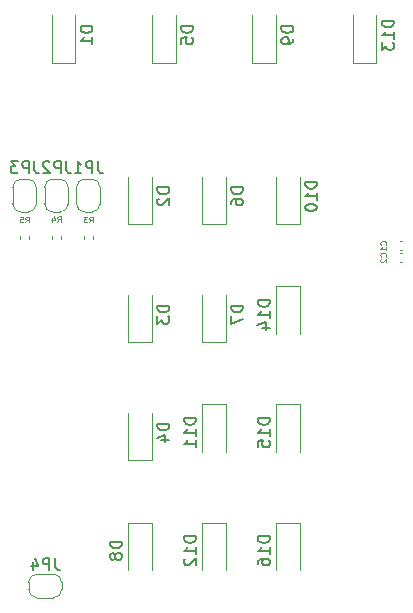
<source format=gbr>
%TF.GenerationSoftware,KiCad,Pcbnew,8.0.1*%
%TF.CreationDate,2024-03-23T20:17:52-05:00*%
%TF.ProjectId,TTWR Keypad,54545752-204b-4657-9970-61642e6b6963,V01*%
%TF.SameCoordinates,Original*%
%TF.FileFunction,Legend,Bot*%
%TF.FilePolarity,Positive*%
%FSLAX46Y46*%
G04 Gerber Fmt 4.6, Leading zero omitted, Abs format (unit mm)*
G04 Created by KiCad (PCBNEW 8.0.1) date 2024-03-23 20:17:52*
%MOMM*%
%LPD*%
G01*
G04 APERTURE LIST*
%ADD10C,0.150000*%
%ADD11C,0.100000*%
%ADD12C,0.120000*%
G04 APERTURE END LIST*
D10*
X154283333Y-90654819D02*
X154283333Y-91369104D01*
X154283333Y-91369104D02*
X154330952Y-91511961D01*
X154330952Y-91511961D02*
X154426190Y-91607200D01*
X154426190Y-91607200D02*
X154569047Y-91654819D01*
X154569047Y-91654819D02*
X154664285Y-91654819D01*
X153807142Y-91654819D02*
X153807142Y-90654819D01*
X153807142Y-90654819D02*
X153426190Y-90654819D01*
X153426190Y-90654819D02*
X153330952Y-90702438D01*
X153330952Y-90702438D02*
X153283333Y-90750057D01*
X153283333Y-90750057D02*
X153235714Y-90845295D01*
X153235714Y-90845295D02*
X153235714Y-90988152D01*
X153235714Y-90988152D02*
X153283333Y-91083390D01*
X153283333Y-91083390D02*
X153330952Y-91131009D01*
X153330952Y-91131009D02*
X153426190Y-91178628D01*
X153426190Y-91178628D02*
X153807142Y-91178628D01*
X152378571Y-90988152D02*
X152378571Y-91654819D01*
X152616666Y-90607200D02*
X152854761Y-91321485D01*
X152854761Y-91321485D02*
X152235714Y-91321485D01*
D11*
X182278490Y-64116666D02*
X182302300Y-64092857D01*
X182302300Y-64092857D02*
X182326109Y-64021428D01*
X182326109Y-64021428D02*
X182326109Y-63973809D01*
X182326109Y-63973809D02*
X182302300Y-63902381D01*
X182302300Y-63902381D02*
X182254680Y-63854762D01*
X182254680Y-63854762D02*
X182207061Y-63830952D01*
X182207061Y-63830952D02*
X182111823Y-63807143D01*
X182111823Y-63807143D02*
X182040395Y-63807143D01*
X182040395Y-63807143D02*
X181945157Y-63830952D01*
X181945157Y-63830952D02*
X181897538Y-63854762D01*
X181897538Y-63854762D02*
X181849919Y-63902381D01*
X181849919Y-63902381D02*
X181826109Y-63973809D01*
X181826109Y-63973809D02*
X181826109Y-64021428D01*
X181826109Y-64021428D02*
X181849919Y-64092857D01*
X181849919Y-64092857D02*
X181873728Y-64116666D01*
X182326109Y-64592857D02*
X182326109Y-64307143D01*
X182326109Y-64450000D02*
X181826109Y-64450000D01*
X181826109Y-64450000D02*
X181897538Y-64402381D01*
X181897538Y-64402381D02*
X181945157Y-64354762D01*
X181945157Y-64354762D02*
X181968966Y-64307143D01*
D10*
X163954819Y-59261905D02*
X162954819Y-59261905D01*
X162954819Y-59261905D02*
X162954819Y-59500000D01*
X162954819Y-59500000D02*
X163002438Y-59642857D01*
X163002438Y-59642857D02*
X163097676Y-59738095D01*
X163097676Y-59738095D02*
X163192914Y-59785714D01*
X163192914Y-59785714D02*
X163383390Y-59833333D01*
X163383390Y-59833333D02*
X163526247Y-59833333D01*
X163526247Y-59833333D02*
X163716723Y-59785714D01*
X163716723Y-59785714D02*
X163811961Y-59738095D01*
X163811961Y-59738095D02*
X163907200Y-59642857D01*
X163907200Y-59642857D02*
X163954819Y-59500000D01*
X163954819Y-59500000D02*
X163954819Y-59261905D01*
X163050057Y-60214286D02*
X163002438Y-60261905D01*
X163002438Y-60261905D02*
X162954819Y-60357143D01*
X162954819Y-60357143D02*
X162954819Y-60595238D01*
X162954819Y-60595238D02*
X163002438Y-60690476D01*
X163002438Y-60690476D02*
X163050057Y-60738095D01*
X163050057Y-60738095D02*
X163145295Y-60785714D01*
X163145295Y-60785714D02*
X163240533Y-60785714D01*
X163240533Y-60785714D02*
X163383390Y-60738095D01*
X163383390Y-60738095D02*
X163954819Y-60166667D01*
X163954819Y-60166667D02*
X163954819Y-60785714D01*
X170204819Y-69261905D02*
X169204819Y-69261905D01*
X169204819Y-69261905D02*
X169204819Y-69500000D01*
X169204819Y-69500000D02*
X169252438Y-69642857D01*
X169252438Y-69642857D02*
X169347676Y-69738095D01*
X169347676Y-69738095D02*
X169442914Y-69785714D01*
X169442914Y-69785714D02*
X169633390Y-69833333D01*
X169633390Y-69833333D02*
X169776247Y-69833333D01*
X169776247Y-69833333D02*
X169966723Y-69785714D01*
X169966723Y-69785714D02*
X170061961Y-69738095D01*
X170061961Y-69738095D02*
X170157200Y-69642857D01*
X170157200Y-69642857D02*
X170204819Y-69500000D01*
X170204819Y-69500000D02*
X170204819Y-69261905D01*
X169204819Y-70166667D02*
X169204819Y-70833333D01*
X169204819Y-70833333D02*
X170204819Y-70404762D01*
X152533333Y-57054819D02*
X152533333Y-57769104D01*
X152533333Y-57769104D02*
X152580952Y-57911961D01*
X152580952Y-57911961D02*
X152676190Y-58007200D01*
X152676190Y-58007200D02*
X152819047Y-58054819D01*
X152819047Y-58054819D02*
X152914285Y-58054819D01*
X152057142Y-58054819D02*
X152057142Y-57054819D01*
X152057142Y-57054819D02*
X151676190Y-57054819D01*
X151676190Y-57054819D02*
X151580952Y-57102438D01*
X151580952Y-57102438D02*
X151533333Y-57150057D01*
X151533333Y-57150057D02*
X151485714Y-57245295D01*
X151485714Y-57245295D02*
X151485714Y-57388152D01*
X151485714Y-57388152D02*
X151533333Y-57483390D01*
X151533333Y-57483390D02*
X151580952Y-57531009D01*
X151580952Y-57531009D02*
X151676190Y-57578628D01*
X151676190Y-57578628D02*
X152057142Y-57578628D01*
X151152380Y-57054819D02*
X150533333Y-57054819D01*
X150533333Y-57054819D02*
X150866666Y-57435771D01*
X150866666Y-57435771D02*
X150723809Y-57435771D01*
X150723809Y-57435771D02*
X150628571Y-57483390D01*
X150628571Y-57483390D02*
X150580952Y-57531009D01*
X150580952Y-57531009D02*
X150533333Y-57626247D01*
X150533333Y-57626247D02*
X150533333Y-57864342D01*
X150533333Y-57864342D02*
X150580952Y-57959580D01*
X150580952Y-57959580D02*
X150628571Y-58007200D01*
X150628571Y-58007200D02*
X150723809Y-58054819D01*
X150723809Y-58054819D02*
X151009523Y-58054819D01*
X151009523Y-58054819D02*
X151104761Y-58007200D01*
X151104761Y-58007200D02*
X151152380Y-57959580D01*
X172454819Y-78785714D02*
X171454819Y-78785714D01*
X171454819Y-78785714D02*
X171454819Y-79023809D01*
X171454819Y-79023809D02*
X171502438Y-79166666D01*
X171502438Y-79166666D02*
X171597676Y-79261904D01*
X171597676Y-79261904D02*
X171692914Y-79309523D01*
X171692914Y-79309523D02*
X171883390Y-79357142D01*
X171883390Y-79357142D02*
X172026247Y-79357142D01*
X172026247Y-79357142D02*
X172216723Y-79309523D01*
X172216723Y-79309523D02*
X172311961Y-79261904D01*
X172311961Y-79261904D02*
X172407200Y-79166666D01*
X172407200Y-79166666D02*
X172454819Y-79023809D01*
X172454819Y-79023809D02*
X172454819Y-78785714D01*
X172454819Y-80309523D02*
X172454819Y-79738095D01*
X172454819Y-80023809D02*
X171454819Y-80023809D01*
X171454819Y-80023809D02*
X171597676Y-79928571D01*
X171597676Y-79928571D02*
X171692914Y-79833333D01*
X171692914Y-79833333D02*
X171740533Y-79738095D01*
X171454819Y-81214285D02*
X171454819Y-80738095D01*
X171454819Y-80738095D02*
X171931009Y-80690476D01*
X171931009Y-80690476D02*
X171883390Y-80738095D01*
X171883390Y-80738095D02*
X171835771Y-80833333D01*
X171835771Y-80833333D02*
X171835771Y-81071428D01*
X171835771Y-81071428D02*
X171883390Y-81166666D01*
X171883390Y-81166666D02*
X171931009Y-81214285D01*
X171931009Y-81214285D02*
X172026247Y-81261904D01*
X172026247Y-81261904D02*
X172264342Y-81261904D01*
X172264342Y-81261904D02*
X172359580Y-81214285D01*
X172359580Y-81214285D02*
X172407200Y-81166666D01*
X172407200Y-81166666D02*
X172454819Y-81071428D01*
X172454819Y-81071428D02*
X172454819Y-80833333D01*
X172454819Y-80833333D02*
X172407200Y-80738095D01*
X172407200Y-80738095D02*
X172359580Y-80690476D01*
X170204819Y-59261905D02*
X169204819Y-59261905D01*
X169204819Y-59261905D02*
X169204819Y-59500000D01*
X169204819Y-59500000D02*
X169252438Y-59642857D01*
X169252438Y-59642857D02*
X169347676Y-59738095D01*
X169347676Y-59738095D02*
X169442914Y-59785714D01*
X169442914Y-59785714D02*
X169633390Y-59833333D01*
X169633390Y-59833333D02*
X169776247Y-59833333D01*
X169776247Y-59833333D02*
X169966723Y-59785714D01*
X169966723Y-59785714D02*
X170061961Y-59738095D01*
X170061961Y-59738095D02*
X170157200Y-59642857D01*
X170157200Y-59642857D02*
X170204819Y-59500000D01*
X170204819Y-59500000D02*
X170204819Y-59261905D01*
X169204819Y-60690476D02*
X169204819Y-60500000D01*
X169204819Y-60500000D02*
X169252438Y-60404762D01*
X169252438Y-60404762D02*
X169300057Y-60357143D01*
X169300057Y-60357143D02*
X169442914Y-60261905D01*
X169442914Y-60261905D02*
X169633390Y-60214286D01*
X169633390Y-60214286D02*
X170014342Y-60214286D01*
X170014342Y-60214286D02*
X170109580Y-60261905D01*
X170109580Y-60261905D02*
X170157200Y-60309524D01*
X170157200Y-60309524D02*
X170204819Y-60404762D01*
X170204819Y-60404762D02*
X170204819Y-60595238D01*
X170204819Y-60595238D02*
X170157200Y-60690476D01*
X170157200Y-60690476D02*
X170109580Y-60738095D01*
X170109580Y-60738095D02*
X170014342Y-60785714D01*
X170014342Y-60785714D02*
X169776247Y-60785714D01*
X169776247Y-60785714D02*
X169681009Y-60738095D01*
X169681009Y-60738095D02*
X169633390Y-60690476D01*
X169633390Y-60690476D02*
X169585771Y-60595238D01*
X169585771Y-60595238D02*
X169585771Y-60404762D01*
X169585771Y-60404762D02*
X169633390Y-60309524D01*
X169633390Y-60309524D02*
X169681009Y-60261905D01*
X169681009Y-60261905D02*
X169776247Y-60214286D01*
X157933333Y-57054819D02*
X157933333Y-57769104D01*
X157933333Y-57769104D02*
X157980952Y-57911961D01*
X157980952Y-57911961D02*
X158076190Y-58007200D01*
X158076190Y-58007200D02*
X158219047Y-58054819D01*
X158219047Y-58054819D02*
X158314285Y-58054819D01*
X157457142Y-58054819D02*
X157457142Y-57054819D01*
X157457142Y-57054819D02*
X157076190Y-57054819D01*
X157076190Y-57054819D02*
X156980952Y-57102438D01*
X156980952Y-57102438D02*
X156933333Y-57150057D01*
X156933333Y-57150057D02*
X156885714Y-57245295D01*
X156885714Y-57245295D02*
X156885714Y-57388152D01*
X156885714Y-57388152D02*
X156933333Y-57483390D01*
X156933333Y-57483390D02*
X156980952Y-57531009D01*
X156980952Y-57531009D02*
X157076190Y-57578628D01*
X157076190Y-57578628D02*
X157457142Y-57578628D01*
X155933333Y-58054819D02*
X156504761Y-58054819D01*
X156219047Y-58054819D02*
X156219047Y-57054819D01*
X156219047Y-57054819D02*
X156314285Y-57197676D01*
X156314285Y-57197676D02*
X156409523Y-57292914D01*
X156409523Y-57292914D02*
X156504761Y-57340533D01*
D11*
X182278490Y-65116666D02*
X182302300Y-65092857D01*
X182302300Y-65092857D02*
X182326109Y-65021428D01*
X182326109Y-65021428D02*
X182326109Y-64973809D01*
X182326109Y-64973809D02*
X182302300Y-64902381D01*
X182302300Y-64902381D02*
X182254680Y-64854762D01*
X182254680Y-64854762D02*
X182207061Y-64830952D01*
X182207061Y-64830952D02*
X182111823Y-64807143D01*
X182111823Y-64807143D02*
X182040395Y-64807143D01*
X182040395Y-64807143D02*
X181945157Y-64830952D01*
X181945157Y-64830952D02*
X181897538Y-64854762D01*
X181897538Y-64854762D02*
X181849919Y-64902381D01*
X181849919Y-64902381D02*
X181826109Y-64973809D01*
X181826109Y-64973809D02*
X181826109Y-65021428D01*
X181826109Y-65021428D02*
X181849919Y-65092857D01*
X181849919Y-65092857D02*
X181873728Y-65116666D01*
X181873728Y-65307143D02*
X181849919Y-65330952D01*
X181849919Y-65330952D02*
X181826109Y-65378571D01*
X181826109Y-65378571D02*
X181826109Y-65497619D01*
X181826109Y-65497619D02*
X181849919Y-65545238D01*
X181849919Y-65545238D02*
X181873728Y-65569047D01*
X181873728Y-65569047D02*
X181921347Y-65592857D01*
X181921347Y-65592857D02*
X181968966Y-65592857D01*
X181968966Y-65592857D02*
X182040395Y-65569047D01*
X182040395Y-65569047D02*
X182326109Y-65283333D01*
X182326109Y-65283333D02*
X182326109Y-65592857D01*
D10*
X172454819Y-88785714D02*
X171454819Y-88785714D01*
X171454819Y-88785714D02*
X171454819Y-89023809D01*
X171454819Y-89023809D02*
X171502438Y-89166666D01*
X171502438Y-89166666D02*
X171597676Y-89261904D01*
X171597676Y-89261904D02*
X171692914Y-89309523D01*
X171692914Y-89309523D02*
X171883390Y-89357142D01*
X171883390Y-89357142D02*
X172026247Y-89357142D01*
X172026247Y-89357142D02*
X172216723Y-89309523D01*
X172216723Y-89309523D02*
X172311961Y-89261904D01*
X172311961Y-89261904D02*
X172407200Y-89166666D01*
X172407200Y-89166666D02*
X172454819Y-89023809D01*
X172454819Y-89023809D02*
X172454819Y-88785714D01*
X172454819Y-90309523D02*
X172454819Y-89738095D01*
X172454819Y-90023809D02*
X171454819Y-90023809D01*
X171454819Y-90023809D02*
X171597676Y-89928571D01*
X171597676Y-89928571D02*
X171692914Y-89833333D01*
X171692914Y-89833333D02*
X171740533Y-89738095D01*
X171454819Y-91166666D02*
X171454819Y-90976190D01*
X171454819Y-90976190D02*
X171502438Y-90880952D01*
X171502438Y-90880952D02*
X171550057Y-90833333D01*
X171550057Y-90833333D02*
X171692914Y-90738095D01*
X171692914Y-90738095D02*
X171883390Y-90690476D01*
X171883390Y-90690476D02*
X172264342Y-90690476D01*
X172264342Y-90690476D02*
X172359580Y-90738095D01*
X172359580Y-90738095D02*
X172407200Y-90785714D01*
X172407200Y-90785714D02*
X172454819Y-90880952D01*
X172454819Y-90880952D02*
X172454819Y-91071428D01*
X172454819Y-91071428D02*
X172407200Y-91166666D01*
X172407200Y-91166666D02*
X172359580Y-91214285D01*
X172359580Y-91214285D02*
X172264342Y-91261904D01*
X172264342Y-91261904D02*
X172026247Y-91261904D01*
X172026247Y-91261904D02*
X171931009Y-91214285D01*
X171931009Y-91214285D02*
X171883390Y-91166666D01*
X171883390Y-91166666D02*
X171835771Y-91071428D01*
X171835771Y-91071428D02*
X171835771Y-90880952D01*
X171835771Y-90880952D02*
X171883390Y-90785714D01*
X171883390Y-90785714D02*
X171931009Y-90738095D01*
X171931009Y-90738095D02*
X172026247Y-90690476D01*
D11*
X154483333Y-62203609D02*
X154649999Y-61965514D01*
X154769047Y-62203609D02*
X154769047Y-61703609D01*
X154769047Y-61703609D02*
X154578571Y-61703609D01*
X154578571Y-61703609D02*
X154530952Y-61727419D01*
X154530952Y-61727419D02*
X154507142Y-61751228D01*
X154507142Y-61751228D02*
X154483333Y-61798847D01*
X154483333Y-61798847D02*
X154483333Y-61870276D01*
X154483333Y-61870276D02*
X154507142Y-61917895D01*
X154507142Y-61917895D02*
X154530952Y-61941704D01*
X154530952Y-61941704D02*
X154578571Y-61965514D01*
X154578571Y-61965514D02*
X154769047Y-61965514D01*
X154054761Y-61870276D02*
X154054761Y-62203609D01*
X154173809Y-61679800D02*
X154292856Y-62036942D01*
X154292856Y-62036942D02*
X153983333Y-62036942D01*
X151783333Y-62228609D02*
X151949999Y-61990514D01*
X152069047Y-62228609D02*
X152069047Y-61728609D01*
X152069047Y-61728609D02*
X151878571Y-61728609D01*
X151878571Y-61728609D02*
X151830952Y-61752419D01*
X151830952Y-61752419D02*
X151807142Y-61776228D01*
X151807142Y-61776228D02*
X151783333Y-61823847D01*
X151783333Y-61823847D02*
X151783333Y-61895276D01*
X151783333Y-61895276D02*
X151807142Y-61942895D01*
X151807142Y-61942895D02*
X151830952Y-61966704D01*
X151830952Y-61966704D02*
X151878571Y-61990514D01*
X151878571Y-61990514D02*
X152069047Y-61990514D01*
X151330952Y-61728609D02*
X151569047Y-61728609D01*
X151569047Y-61728609D02*
X151592856Y-61966704D01*
X151592856Y-61966704D02*
X151569047Y-61942895D01*
X151569047Y-61942895D02*
X151521428Y-61919085D01*
X151521428Y-61919085D02*
X151402380Y-61919085D01*
X151402380Y-61919085D02*
X151354761Y-61942895D01*
X151354761Y-61942895D02*
X151330952Y-61966704D01*
X151330952Y-61966704D02*
X151307142Y-62014323D01*
X151307142Y-62014323D02*
X151307142Y-62133371D01*
X151307142Y-62133371D02*
X151330952Y-62180990D01*
X151330952Y-62180990D02*
X151354761Y-62204800D01*
X151354761Y-62204800D02*
X151402380Y-62228609D01*
X151402380Y-62228609D02*
X151521428Y-62228609D01*
X151521428Y-62228609D02*
X151569047Y-62204800D01*
X151569047Y-62204800D02*
X151592856Y-62180990D01*
D10*
X176454819Y-58785714D02*
X175454819Y-58785714D01*
X175454819Y-58785714D02*
X175454819Y-59023809D01*
X175454819Y-59023809D02*
X175502438Y-59166666D01*
X175502438Y-59166666D02*
X175597676Y-59261904D01*
X175597676Y-59261904D02*
X175692914Y-59309523D01*
X175692914Y-59309523D02*
X175883390Y-59357142D01*
X175883390Y-59357142D02*
X176026247Y-59357142D01*
X176026247Y-59357142D02*
X176216723Y-59309523D01*
X176216723Y-59309523D02*
X176311961Y-59261904D01*
X176311961Y-59261904D02*
X176407200Y-59166666D01*
X176407200Y-59166666D02*
X176454819Y-59023809D01*
X176454819Y-59023809D02*
X176454819Y-58785714D01*
X176454819Y-60309523D02*
X176454819Y-59738095D01*
X176454819Y-60023809D02*
X175454819Y-60023809D01*
X175454819Y-60023809D02*
X175597676Y-59928571D01*
X175597676Y-59928571D02*
X175692914Y-59833333D01*
X175692914Y-59833333D02*
X175740533Y-59738095D01*
X175454819Y-60928571D02*
X175454819Y-61023809D01*
X175454819Y-61023809D02*
X175502438Y-61119047D01*
X175502438Y-61119047D02*
X175550057Y-61166666D01*
X175550057Y-61166666D02*
X175645295Y-61214285D01*
X175645295Y-61214285D02*
X175835771Y-61261904D01*
X175835771Y-61261904D02*
X176073866Y-61261904D01*
X176073866Y-61261904D02*
X176264342Y-61214285D01*
X176264342Y-61214285D02*
X176359580Y-61166666D01*
X176359580Y-61166666D02*
X176407200Y-61119047D01*
X176407200Y-61119047D02*
X176454819Y-61023809D01*
X176454819Y-61023809D02*
X176454819Y-60928571D01*
X176454819Y-60928571D02*
X176407200Y-60833333D01*
X176407200Y-60833333D02*
X176359580Y-60785714D01*
X176359580Y-60785714D02*
X176264342Y-60738095D01*
X176264342Y-60738095D02*
X176073866Y-60690476D01*
X176073866Y-60690476D02*
X175835771Y-60690476D01*
X175835771Y-60690476D02*
X175645295Y-60738095D01*
X175645295Y-60738095D02*
X175550057Y-60785714D01*
X175550057Y-60785714D02*
X175502438Y-60833333D01*
X175502438Y-60833333D02*
X175454819Y-60928571D01*
X174454819Y-45611905D02*
X173454819Y-45611905D01*
X173454819Y-45611905D02*
X173454819Y-45850000D01*
X173454819Y-45850000D02*
X173502438Y-45992857D01*
X173502438Y-45992857D02*
X173597676Y-46088095D01*
X173597676Y-46088095D02*
X173692914Y-46135714D01*
X173692914Y-46135714D02*
X173883390Y-46183333D01*
X173883390Y-46183333D02*
X174026247Y-46183333D01*
X174026247Y-46183333D02*
X174216723Y-46135714D01*
X174216723Y-46135714D02*
X174311961Y-46088095D01*
X174311961Y-46088095D02*
X174407200Y-45992857D01*
X174407200Y-45992857D02*
X174454819Y-45850000D01*
X174454819Y-45850000D02*
X174454819Y-45611905D01*
X174454819Y-46659524D02*
X174454819Y-46850000D01*
X174454819Y-46850000D02*
X174407200Y-46945238D01*
X174407200Y-46945238D02*
X174359580Y-46992857D01*
X174359580Y-46992857D02*
X174216723Y-47088095D01*
X174216723Y-47088095D02*
X174026247Y-47135714D01*
X174026247Y-47135714D02*
X173645295Y-47135714D01*
X173645295Y-47135714D02*
X173550057Y-47088095D01*
X173550057Y-47088095D02*
X173502438Y-47040476D01*
X173502438Y-47040476D02*
X173454819Y-46945238D01*
X173454819Y-46945238D02*
X173454819Y-46754762D01*
X173454819Y-46754762D02*
X173502438Y-46659524D01*
X173502438Y-46659524D02*
X173550057Y-46611905D01*
X173550057Y-46611905D02*
X173645295Y-46564286D01*
X173645295Y-46564286D02*
X173883390Y-46564286D01*
X173883390Y-46564286D02*
X173978628Y-46611905D01*
X173978628Y-46611905D02*
X174026247Y-46659524D01*
X174026247Y-46659524D02*
X174073866Y-46754762D01*
X174073866Y-46754762D02*
X174073866Y-46945238D01*
X174073866Y-46945238D02*
X174026247Y-47040476D01*
X174026247Y-47040476D02*
X173978628Y-47088095D01*
X173978628Y-47088095D02*
X173883390Y-47135714D01*
X182954819Y-45135714D02*
X181954819Y-45135714D01*
X181954819Y-45135714D02*
X181954819Y-45373809D01*
X181954819Y-45373809D02*
X182002438Y-45516666D01*
X182002438Y-45516666D02*
X182097676Y-45611904D01*
X182097676Y-45611904D02*
X182192914Y-45659523D01*
X182192914Y-45659523D02*
X182383390Y-45707142D01*
X182383390Y-45707142D02*
X182526247Y-45707142D01*
X182526247Y-45707142D02*
X182716723Y-45659523D01*
X182716723Y-45659523D02*
X182811961Y-45611904D01*
X182811961Y-45611904D02*
X182907200Y-45516666D01*
X182907200Y-45516666D02*
X182954819Y-45373809D01*
X182954819Y-45373809D02*
X182954819Y-45135714D01*
X182954819Y-46659523D02*
X182954819Y-46088095D01*
X182954819Y-46373809D02*
X181954819Y-46373809D01*
X181954819Y-46373809D02*
X182097676Y-46278571D01*
X182097676Y-46278571D02*
X182192914Y-46183333D01*
X182192914Y-46183333D02*
X182240533Y-46088095D01*
X181954819Y-46992857D02*
X181954819Y-47611904D01*
X181954819Y-47611904D02*
X182335771Y-47278571D01*
X182335771Y-47278571D02*
X182335771Y-47421428D01*
X182335771Y-47421428D02*
X182383390Y-47516666D01*
X182383390Y-47516666D02*
X182431009Y-47564285D01*
X182431009Y-47564285D02*
X182526247Y-47611904D01*
X182526247Y-47611904D02*
X182764342Y-47611904D01*
X182764342Y-47611904D02*
X182859580Y-47564285D01*
X182859580Y-47564285D02*
X182907200Y-47516666D01*
X182907200Y-47516666D02*
X182954819Y-47421428D01*
X182954819Y-47421428D02*
X182954819Y-47135714D01*
X182954819Y-47135714D02*
X182907200Y-47040476D01*
X182907200Y-47040476D02*
X182859580Y-46992857D01*
X157454819Y-45611905D02*
X156454819Y-45611905D01*
X156454819Y-45611905D02*
X156454819Y-45850000D01*
X156454819Y-45850000D02*
X156502438Y-45992857D01*
X156502438Y-45992857D02*
X156597676Y-46088095D01*
X156597676Y-46088095D02*
X156692914Y-46135714D01*
X156692914Y-46135714D02*
X156883390Y-46183333D01*
X156883390Y-46183333D02*
X157026247Y-46183333D01*
X157026247Y-46183333D02*
X157216723Y-46135714D01*
X157216723Y-46135714D02*
X157311961Y-46088095D01*
X157311961Y-46088095D02*
X157407200Y-45992857D01*
X157407200Y-45992857D02*
X157454819Y-45850000D01*
X157454819Y-45850000D02*
X157454819Y-45611905D01*
X157454819Y-47135714D02*
X157454819Y-46564286D01*
X157454819Y-46850000D02*
X156454819Y-46850000D01*
X156454819Y-46850000D02*
X156597676Y-46754762D01*
X156597676Y-46754762D02*
X156692914Y-46659524D01*
X156692914Y-46659524D02*
X156740533Y-46564286D01*
X163954819Y-79261905D02*
X162954819Y-79261905D01*
X162954819Y-79261905D02*
X162954819Y-79500000D01*
X162954819Y-79500000D02*
X163002438Y-79642857D01*
X163002438Y-79642857D02*
X163097676Y-79738095D01*
X163097676Y-79738095D02*
X163192914Y-79785714D01*
X163192914Y-79785714D02*
X163383390Y-79833333D01*
X163383390Y-79833333D02*
X163526247Y-79833333D01*
X163526247Y-79833333D02*
X163716723Y-79785714D01*
X163716723Y-79785714D02*
X163811961Y-79738095D01*
X163811961Y-79738095D02*
X163907200Y-79642857D01*
X163907200Y-79642857D02*
X163954819Y-79500000D01*
X163954819Y-79500000D02*
X163954819Y-79261905D01*
X163288152Y-80690476D02*
X163954819Y-80690476D01*
X162907200Y-80452381D02*
X163621485Y-80214286D01*
X163621485Y-80214286D02*
X163621485Y-80833333D01*
X163954819Y-69261905D02*
X162954819Y-69261905D01*
X162954819Y-69261905D02*
X162954819Y-69500000D01*
X162954819Y-69500000D02*
X163002438Y-69642857D01*
X163002438Y-69642857D02*
X163097676Y-69738095D01*
X163097676Y-69738095D02*
X163192914Y-69785714D01*
X163192914Y-69785714D02*
X163383390Y-69833333D01*
X163383390Y-69833333D02*
X163526247Y-69833333D01*
X163526247Y-69833333D02*
X163716723Y-69785714D01*
X163716723Y-69785714D02*
X163811961Y-69738095D01*
X163811961Y-69738095D02*
X163907200Y-69642857D01*
X163907200Y-69642857D02*
X163954819Y-69500000D01*
X163954819Y-69500000D02*
X163954819Y-69261905D01*
X162954819Y-70166667D02*
X162954819Y-70785714D01*
X162954819Y-70785714D02*
X163335771Y-70452381D01*
X163335771Y-70452381D02*
X163335771Y-70595238D01*
X163335771Y-70595238D02*
X163383390Y-70690476D01*
X163383390Y-70690476D02*
X163431009Y-70738095D01*
X163431009Y-70738095D02*
X163526247Y-70785714D01*
X163526247Y-70785714D02*
X163764342Y-70785714D01*
X163764342Y-70785714D02*
X163859580Y-70738095D01*
X163859580Y-70738095D02*
X163907200Y-70690476D01*
X163907200Y-70690476D02*
X163954819Y-70595238D01*
X163954819Y-70595238D02*
X163954819Y-70309524D01*
X163954819Y-70309524D02*
X163907200Y-70214286D01*
X163907200Y-70214286D02*
X163859580Y-70166667D01*
D11*
X157183333Y-62231109D02*
X157349999Y-61993014D01*
X157469047Y-62231109D02*
X157469047Y-61731109D01*
X157469047Y-61731109D02*
X157278571Y-61731109D01*
X157278571Y-61731109D02*
X157230952Y-61754919D01*
X157230952Y-61754919D02*
X157207142Y-61778728D01*
X157207142Y-61778728D02*
X157183333Y-61826347D01*
X157183333Y-61826347D02*
X157183333Y-61897776D01*
X157183333Y-61897776D02*
X157207142Y-61945395D01*
X157207142Y-61945395D02*
X157230952Y-61969204D01*
X157230952Y-61969204D02*
X157278571Y-61993014D01*
X157278571Y-61993014D02*
X157469047Y-61993014D01*
X157016666Y-61731109D02*
X156707142Y-61731109D01*
X156707142Y-61731109D02*
X156873809Y-61921585D01*
X156873809Y-61921585D02*
X156802380Y-61921585D01*
X156802380Y-61921585D02*
X156754761Y-61945395D01*
X156754761Y-61945395D02*
X156730952Y-61969204D01*
X156730952Y-61969204D02*
X156707142Y-62016823D01*
X156707142Y-62016823D02*
X156707142Y-62135871D01*
X156707142Y-62135871D02*
X156730952Y-62183490D01*
X156730952Y-62183490D02*
X156754761Y-62207300D01*
X156754761Y-62207300D02*
X156802380Y-62231109D01*
X156802380Y-62231109D02*
X156945237Y-62231109D01*
X156945237Y-62231109D02*
X156992856Y-62207300D01*
X156992856Y-62207300D02*
X157016666Y-62183490D01*
D10*
X166204819Y-88785714D02*
X165204819Y-88785714D01*
X165204819Y-88785714D02*
X165204819Y-89023809D01*
X165204819Y-89023809D02*
X165252438Y-89166666D01*
X165252438Y-89166666D02*
X165347676Y-89261904D01*
X165347676Y-89261904D02*
X165442914Y-89309523D01*
X165442914Y-89309523D02*
X165633390Y-89357142D01*
X165633390Y-89357142D02*
X165776247Y-89357142D01*
X165776247Y-89357142D02*
X165966723Y-89309523D01*
X165966723Y-89309523D02*
X166061961Y-89261904D01*
X166061961Y-89261904D02*
X166157200Y-89166666D01*
X166157200Y-89166666D02*
X166204819Y-89023809D01*
X166204819Y-89023809D02*
X166204819Y-88785714D01*
X166204819Y-90309523D02*
X166204819Y-89738095D01*
X166204819Y-90023809D02*
X165204819Y-90023809D01*
X165204819Y-90023809D02*
X165347676Y-89928571D01*
X165347676Y-89928571D02*
X165442914Y-89833333D01*
X165442914Y-89833333D02*
X165490533Y-89738095D01*
X165300057Y-90690476D02*
X165252438Y-90738095D01*
X165252438Y-90738095D02*
X165204819Y-90833333D01*
X165204819Y-90833333D02*
X165204819Y-91071428D01*
X165204819Y-91071428D02*
X165252438Y-91166666D01*
X165252438Y-91166666D02*
X165300057Y-91214285D01*
X165300057Y-91214285D02*
X165395295Y-91261904D01*
X165395295Y-91261904D02*
X165490533Y-91261904D01*
X165490533Y-91261904D02*
X165633390Y-91214285D01*
X165633390Y-91214285D02*
X166204819Y-90642857D01*
X166204819Y-90642857D02*
X166204819Y-91261904D01*
X155233333Y-57054819D02*
X155233333Y-57769104D01*
X155233333Y-57769104D02*
X155280952Y-57911961D01*
X155280952Y-57911961D02*
X155376190Y-58007200D01*
X155376190Y-58007200D02*
X155519047Y-58054819D01*
X155519047Y-58054819D02*
X155614285Y-58054819D01*
X154757142Y-58054819D02*
X154757142Y-57054819D01*
X154757142Y-57054819D02*
X154376190Y-57054819D01*
X154376190Y-57054819D02*
X154280952Y-57102438D01*
X154280952Y-57102438D02*
X154233333Y-57150057D01*
X154233333Y-57150057D02*
X154185714Y-57245295D01*
X154185714Y-57245295D02*
X154185714Y-57388152D01*
X154185714Y-57388152D02*
X154233333Y-57483390D01*
X154233333Y-57483390D02*
X154280952Y-57531009D01*
X154280952Y-57531009D02*
X154376190Y-57578628D01*
X154376190Y-57578628D02*
X154757142Y-57578628D01*
X153804761Y-57150057D02*
X153757142Y-57102438D01*
X153757142Y-57102438D02*
X153661904Y-57054819D01*
X153661904Y-57054819D02*
X153423809Y-57054819D01*
X153423809Y-57054819D02*
X153328571Y-57102438D01*
X153328571Y-57102438D02*
X153280952Y-57150057D01*
X153280952Y-57150057D02*
X153233333Y-57245295D01*
X153233333Y-57245295D02*
X153233333Y-57340533D01*
X153233333Y-57340533D02*
X153280952Y-57483390D01*
X153280952Y-57483390D02*
X153852380Y-58054819D01*
X153852380Y-58054819D02*
X153233333Y-58054819D01*
X165954819Y-45611905D02*
X164954819Y-45611905D01*
X164954819Y-45611905D02*
X164954819Y-45850000D01*
X164954819Y-45850000D02*
X165002438Y-45992857D01*
X165002438Y-45992857D02*
X165097676Y-46088095D01*
X165097676Y-46088095D02*
X165192914Y-46135714D01*
X165192914Y-46135714D02*
X165383390Y-46183333D01*
X165383390Y-46183333D02*
X165526247Y-46183333D01*
X165526247Y-46183333D02*
X165716723Y-46135714D01*
X165716723Y-46135714D02*
X165811961Y-46088095D01*
X165811961Y-46088095D02*
X165907200Y-45992857D01*
X165907200Y-45992857D02*
X165954819Y-45850000D01*
X165954819Y-45850000D02*
X165954819Y-45611905D01*
X164954819Y-47088095D02*
X164954819Y-46611905D01*
X164954819Y-46611905D02*
X165431009Y-46564286D01*
X165431009Y-46564286D02*
X165383390Y-46611905D01*
X165383390Y-46611905D02*
X165335771Y-46707143D01*
X165335771Y-46707143D02*
X165335771Y-46945238D01*
X165335771Y-46945238D02*
X165383390Y-47040476D01*
X165383390Y-47040476D02*
X165431009Y-47088095D01*
X165431009Y-47088095D02*
X165526247Y-47135714D01*
X165526247Y-47135714D02*
X165764342Y-47135714D01*
X165764342Y-47135714D02*
X165859580Y-47088095D01*
X165859580Y-47088095D02*
X165907200Y-47040476D01*
X165907200Y-47040476D02*
X165954819Y-46945238D01*
X165954819Y-46945238D02*
X165954819Y-46707143D01*
X165954819Y-46707143D02*
X165907200Y-46611905D01*
X165907200Y-46611905D02*
X165859580Y-46564286D01*
X166204819Y-78785714D02*
X165204819Y-78785714D01*
X165204819Y-78785714D02*
X165204819Y-79023809D01*
X165204819Y-79023809D02*
X165252438Y-79166666D01*
X165252438Y-79166666D02*
X165347676Y-79261904D01*
X165347676Y-79261904D02*
X165442914Y-79309523D01*
X165442914Y-79309523D02*
X165633390Y-79357142D01*
X165633390Y-79357142D02*
X165776247Y-79357142D01*
X165776247Y-79357142D02*
X165966723Y-79309523D01*
X165966723Y-79309523D02*
X166061961Y-79261904D01*
X166061961Y-79261904D02*
X166157200Y-79166666D01*
X166157200Y-79166666D02*
X166204819Y-79023809D01*
X166204819Y-79023809D02*
X166204819Y-78785714D01*
X166204819Y-80309523D02*
X166204819Y-79738095D01*
X166204819Y-80023809D02*
X165204819Y-80023809D01*
X165204819Y-80023809D02*
X165347676Y-79928571D01*
X165347676Y-79928571D02*
X165442914Y-79833333D01*
X165442914Y-79833333D02*
X165490533Y-79738095D01*
X166204819Y-81261904D02*
X166204819Y-80690476D01*
X166204819Y-80976190D02*
X165204819Y-80976190D01*
X165204819Y-80976190D02*
X165347676Y-80880952D01*
X165347676Y-80880952D02*
X165442914Y-80785714D01*
X165442914Y-80785714D02*
X165490533Y-80690476D01*
X159954819Y-89261905D02*
X158954819Y-89261905D01*
X158954819Y-89261905D02*
X158954819Y-89500000D01*
X158954819Y-89500000D02*
X159002438Y-89642857D01*
X159002438Y-89642857D02*
X159097676Y-89738095D01*
X159097676Y-89738095D02*
X159192914Y-89785714D01*
X159192914Y-89785714D02*
X159383390Y-89833333D01*
X159383390Y-89833333D02*
X159526247Y-89833333D01*
X159526247Y-89833333D02*
X159716723Y-89785714D01*
X159716723Y-89785714D02*
X159811961Y-89738095D01*
X159811961Y-89738095D02*
X159907200Y-89642857D01*
X159907200Y-89642857D02*
X159954819Y-89500000D01*
X159954819Y-89500000D02*
X159954819Y-89261905D01*
X159383390Y-90404762D02*
X159335771Y-90309524D01*
X159335771Y-90309524D02*
X159288152Y-90261905D01*
X159288152Y-90261905D02*
X159192914Y-90214286D01*
X159192914Y-90214286D02*
X159145295Y-90214286D01*
X159145295Y-90214286D02*
X159050057Y-90261905D01*
X159050057Y-90261905D02*
X159002438Y-90309524D01*
X159002438Y-90309524D02*
X158954819Y-90404762D01*
X158954819Y-90404762D02*
X158954819Y-90595238D01*
X158954819Y-90595238D02*
X159002438Y-90690476D01*
X159002438Y-90690476D02*
X159050057Y-90738095D01*
X159050057Y-90738095D02*
X159145295Y-90785714D01*
X159145295Y-90785714D02*
X159192914Y-90785714D01*
X159192914Y-90785714D02*
X159288152Y-90738095D01*
X159288152Y-90738095D02*
X159335771Y-90690476D01*
X159335771Y-90690476D02*
X159383390Y-90595238D01*
X159383390Y-90595238D02*
X159383390Y-90404762D01*
X159383390Y-90404762D02*
X159431009Y-90309524D01*
X159431009Y-90309524D02*
X159478628Y-90261905D01*
X159478628Y-90261905D02*
X159573866Y-90214286D01*
X159573866Y-90214286D02*
X159764342Y-90214286D01*
X159764342Y-90214286D02*
X159859580Y-90261905D01*
X159859580Y-90261905D02*
X159907200Y-90309524D01*
X159907200Y-90309524D02*
X159954819Y-90404762D01*
X159954819Y-90404762D02*
X159954819Y-90595238D01*
X159954819Y-90595238D02*
X159907200Y-90690476D01*
X159907200Y-90690476D02*
X159859580Y-90738095D01*
X159859580Y-90738095D02*
X159764342Y-90785714D01*
X159764342Y-90785714D02*
X159573866Y-90785714D01*
X159573866Y-90785714D02*
X159478628Y-90738095D01*
X159478628Y-90738095D02*
X159431009Y-90690476D01*
X159431009Y-90690476D02*
X159383390Y-90595238D01*
X172454819Y-68785714D02*
X171454819Y-68785714D01*
X171454819Y-68785714D02*
X171454819Y-69023809D01*
X171454819Y-69023809D02*
X171502438Y-69166666D01*
X171502438Y-69166666D02*
X171597676Y-69261904D01*
X171597676Y-69261904D02*
X171692914Y-69309523D01*
X171692914Y-69309523D02*
X171883390Y-69357142D01*
X171883390Y-69357142D02*
X172026247Y-69357142D01*
X172026247Y-69357142D02*
X172216723Y-69309523D01*
X172216723Y-69309523D02*
X172311961Y-69261904D01*
X172311961Y-69261904D02*
X172407200Y-69166666D01*
X172407200Y-69166666D02*
X172454819Y-69023809D01*
X172454819Y-69023809D02*
X172454819Y-68785714D01*
X172454819Y-70309523D02*
X172454819Y-69738095D01*
X172454819Y-70023809D02*
X171454819Y-70023809D01*
X171454819Y-70023809D02*
X171597676Y-69928571D01*
X171597676Y-69928571D02*
X171692914Y-69833333D01*
X171692914Y-69833333D02*
X171740533Y-69738095D01*
X171788152Y-71166666D02*
X172454819Y-71166666D01*
X171407200Y-70928571D02*
X172121485Y-70690476D01*
X172121485Y-70690476D02*
X172121485Y-71309523D01*
D12*
%TO.C,JP4*%
X152050000Y-92700000D02*
X152050000Y-93300000D01*
X152750000Y-94000000D02*
X154150000Y-94000000D01*
X154150000Y-92000000D02*
X152750000Y-92000000D01*
X154850000Y-93300000D02*
X154850000Y-92700000D01*
X152050000Y-92700000D02*
G75*
G02*
X152750000Y-92000000I700000J0D01*
G01*
X152750000Y-94000000D02*
G75*
G02*
X152050000Y-93300000I0J700000D01*
G01*
X154150000Y-92000000D02*
G75*
G02*
X154850000Y-92700000I1J-699999D01*
G01*
X154850000Y-93300000D02*
G75*
G02*
X154150000Y-94000000I-699999J-1D01*
G01*
%TO.C,C1*%
X183683335Y-63840000D02*
X183451665Y-63840000D01*
X183683335Y-64560000D02*
X183451665Y-64560000D01*
%TO.C,D2*%
X160500000Y-58350000D02*
X160500000Y-62360000D01*
X160500000Y-62360000D02*
X162500000Y-62360000D01*
X162500000Y-58350000D02*
X162500000Y-62360000D01*
%TO.C,D7*%
X166750000Y-68350000D02*
X166750000Y-72360000D01*
X166750000Y-72360000D02*
X168750000Y-72360000D01*
X168750000Y-68350000D02*
X168750000Y-72360000D01*
%TO.C,JP3*%
X150700000Y-59250000D02*
X150700000Y-60650000D01*
X151400000Y-61350000D02*
X152000000Y-61350000D01*
X152000000Y-58550000D02*
X151400000Y-58550000D01*
X152700000Y-60650000D02*
X152700000Y-59250000D01*
X150700000Y-59250000D02*
G75*
G02*
X151400000Y-58550000I699999J1D01*
G01*
X151400000Y-61350000D02*
G75*
G02*
X150700000Y-60650000I0J700000D01*
G01*
X152000000Y-58550000D02*
G75*
G02*
X152700000Y-59250000I1J-699999D01*
G01*
X152700000Y-60650000D02*
G75*
G02*
X152000000Y-61350000I-700000J0D01*
G01*
%TO.C,D15*%
X173000000Y-81650000D02*
X173000000Y-77640000D01*
X175000000Y-77640000D02*
X173000000Y-77640000D01*
X175000000Y-81650000D02*
X175000000Y-77640000D01*
%TO.C,D6*%
X166750000Y-58350000D02*
X166750000Y-62360000D01*
X166750000Y-62360000D02*
X168750000Y-62360000D01*
X168750000Y-58350000D02*
X168750000Y-62360000D01*
%TO.C,JP1*%
X156100000Y-59250000D02*
X156100000Y-60650000D01*
X156800000Y-61350000D02*
X157400000Y-61350000D01*
X157400000Y-58550000D02*
X156800000Y-58550000D01*
X158100000Y-60650000D02*
X158100000Y-59250000D01*
X156100000Y-59250000D02*
G75*
G02*
X156800000Y-58550000I699999J1D01*
G01*
X156800000Y-61350000D02*
G75*
G02*
X156100000Y-60650000I0J700000D01*
G01*
X157400000Y-58550000D02*
G75*
G02*
X158100000Y-59250000I1J-699999D01*
G01*
X158100000Y-60650000D02*
G75*
G02*
X157400000Y-61350000I-700000J0D01*
G01*
%TO.C,C2*%
X183683335Y-64840000D02*
X183451665Y-64840000D01*
X183683335Y-65560000D02*
X183451665Y-65560000D01*
%TO.C,D16*%
X173000000Y-91650000D02*
X173000000Y-87640000D01*
X175000000Y-87640000D02*
X173000000Y-87640000D01*
X175000000Y-91650000D02*
X175000000Y-87640000D01*
%TO.C,R4*%
X154020000Y-63670121D02*
X154020000Y-63334879D01*
X154780000Y-63670121D02*
X154780000Y-63334879D01*
%TO.C,R5*%
X151320000Y-63670121D02*
X151320000Y-63334879D01*
X152080000Y-63670121D02*
X152080000Y-63334879D01*
%TO.C,D10*%
X173000000Y-58350000D02*
X173000000Y-62360000D01*
X173000000Y-62360000D02*
X175000000Y-62360000D01*
X175000000Y-58350000D02*
X175000000Y-62360000D01*
%TO.C,D9*%
X171000000Y-44700000D02*
X171000000Y-48710000D01*
X171000000Y-48710000D02*
X173000000Y-48710000D01*
X173000000Y-44700000D02*
X173000000Y-48710000D01*
%TO.C,D13*%
X179500000Y-44700000D02*
X179500000Y-48710000D01*
X179500000Y-48710000D02*
X181500000Y-48710000D01*
X181500000Y-44700000D02*
X181500000Y-48710000D01*
%TO.C,D1*%
X154000000Y-44700000D02*
X154000000Y-48710000D01*
X154000000Y-48710000D02*
X156000000Y-48710000D01*
X156000000Y-44700000D02*
X156000000Y-48710000D01*
%TO.C,D4*%
X160500000Y-78350000D02*
X160500000Y-82360000D01*
X160500000Y-82360000D02*
X162500000Y-82360000D01*
X162500000Y-78350000D02*
X162500000Y-82360000D01*
%TO.C,D3*%
X160500000Y-68350000D02*
X160500000Y-72360000D01*
X160500000Y-72360000D02*
X162500000Y-72360000D01*
X162500000Y-68350000D02*
X162500000Y-72360000D01*
%TO.C,R3*%
X156720000Y-63670121D02*
X156720000Y-63334879D01*
X157480000Y-63670121D02*
X157480000Y-63334879D01*
%TO.C,D12*%
X166750000Y-91650000D02*
X166750000Y-87640000D01*
X168750000Y-87640000D02*
X166750000Y-87640000D01*
X168750000Y-91650000D02*
X168750000Y-87640000D01*
%TO.C,JP2*%
X153400000Y-59250000D02*
X153400000Y-60650000D01*
X154100000Y-61350000D02*
X154700000Y-61350000D01*
X154700000Y-58550000D02*
X154100000Y-58550000D01*
X155400000Y-60650000D02*
X155400000Y-59250000D01*
X153400000Y-59250000D02*
G75*
G02*
X154100000Y-58550000I699999J1D01*
G01*
X154100000Y-61350000D02*
G75*
G02*
X153400000Y-60650000I0J700000D01*
G01*
X154700000Y-58550000D02*
G75*
G02*
X155400000Y-59250000I1J-699999D01*
G01*
X155400000Y-60650000D02*
G75*
G02*
X154700000Y-61350000I-700000J0D01*
G01*
%TO.C,D5*%
X162500000Y-44700000D02*
X162500000Y-48710000D01*
X162500000Y-48710000D02*
X164500000Y-48710000D01*
X164500000Y-44700000D02*
X164500000Y-48710000D01*
%TO.C,D11*%
X166750000Y-81650000D02*
X166750000Y-77640000D01*
X168750000Y-77640000D02*
X166750000Y-77640000D01*
X168750000Y-81650000D02*
X168750000Y-77640000D01*
%TO.C,D8*%
X160500000Y-91650000D02*
X160500000Y-87640000D01*
X162500000Y-87640000D02*
X160500000Y-87640000D01*
X162500000Y-91650000D02*
X162500000Y-87640000D01*
%TO.C,D14*%
X173000000Y-71650000D02*
X173000000Y-67640000D01*
X175000000Y-67640000D02*
X173000000Y-67640000D01*
X175000000Y-71650000D02*
X175000000Y-67640000D01*
%TD*%
M02*

</source>
